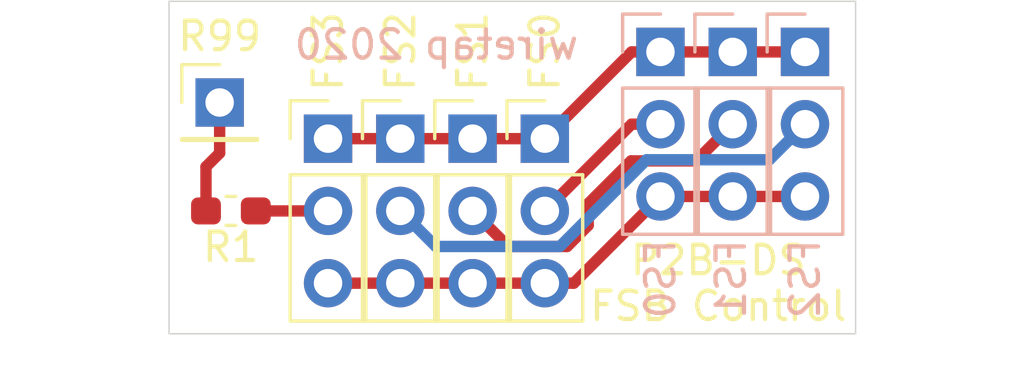
<source format=kicad_pcb>
(kicad_pcb (version 20171130) (host pcbnew "(5.1.6)-1")

  (general
    (thickness 1.6)
    (drawings 7)
    (tracks 32)
    (zones 0)
    (modules 9)
    (nets 8)
  )

  (page A4)
  (layers
    (0 F.Cu signal)
    (31 B.Cu signal)
    (32 B.Adhes user)
    (33 F.Adhes user)
    (34 B.Paste user)
    (35 F.Paste user)
    (36 B.SilkS user)
    (37 F.SilkS user)
    (38 B.Mask user)
    (39 F.Mask user)
    (40 Dwgs.User user)
    (41 Cmts.User user)
    (42 Eco1.User user)
    (43 Eco2.User user)
    (44 Edge.Cuts user)
    (45 Margin user)
    (46 B.CrtYd user)
    (47 F.CrtYd user)
    (48 B.Fab user)
    (49 F.Fab user)
  )

  (setup
    (last_trace_width 0.4)
    (user_trace_width 0.4)
    (trace_clearance 0.2)
    (zone_clearance 0.508)
    (zone_45_only no)
    (trace_min 0.2)
    (via_size 0.8)
    (via_drill 0.4)
    (via_min_size 0.4)
    (via_min_drill 0.3)
    (uvia_size 0.3)
    (uvia_drill 0.1)
    (uvias_allowed no)
    (uvia_min_size 0.2)
    (uvia_min_drill 0.1)
    (edge_width 0.05)
    (segment_width 0.2)
    (pcb_text_width 0.3)
    (pcb_text_size 1.5 1.5)
    (mod_edge_width 0.12)
    (mod_text_size 1 1)
    (mod_text_width 0.15)
    (pad_size 1.524 1.524)
    (pad_drill 0.762)
    (pad_to_mask_clearance 0.05)
    (aux_axis_origin 0 0)
    (visible_elements 7FFFFFFF)
    (pcbplotparams
      (layerselection 0x010fc_ffffffff)
      (usegerberextensions false)
      (usegerberattributes true)
      (usegerberadvancedattributes true)
      (creategerberjobfile true)
      (excludeedgelayer true)
      (linewidth 0.100000)
      (plotframeref false)
      (viasonmask false)
      (mode 1)
      (useauxorigin false)
      (hpglpennumber 1)
      (hpglpenspeed 20)
      (hpglpendiameter 15.000000)
      (psnegative false)
      (psa4output false)
      (plotreference true)
      (plotvalue true)
      (plotinvisibletext false)
      (padsonsilk false)
      (subtractmaskfromsilk false)
      (outputformat 1)
      (mirror false)
      (drillshape 0)
      (scaleselection 1)
      (outputdirectory ""))
  )

  (net 0 "")
  (net 1 "Net-(FS0'1-Pad1)")
  (net 2 "Net-(FS0'1-Pad2)")
  (net 3 "Net-(FS0'1-Pad3)")
  (net 4 "Net-(FS1'1-Pad2)")
  (net 5 "Net-(FS2'1-Pad2)")
  (net 6 "Net-(FS3'1-Pad2)")
  (net 7 "Net-(R1-Pad1)")

  (net_class Default "This is the default net class."
    (clearance 0.2)
    (trace_width 0.25)
    (via_dia 0.8)
    (via_drill 0.4)
    (uvia_dia 0.3)
    (uvia_drill 0.1)
    (add_net "Net-(FS0'1-Pad1)")
    (add_net "Net-(FS0'1-Pad2)")
    (add_net "Net-(FS0'1-Pad3)")
    (add_net "Net-(FS1'1-Pad2)")
    (add_net "Net-(FS2'1-Pad2)")
    (add_net "Net-(FS3'1-Pad2)")
    (add_net "Net-(R1-Pad1)")
  )

  (module Connector_PinSocket_2.54mm:PinSocket_1x03_P2.54mm_Vertical (layer B.Cu) (tedit 5A19A429) (tstamp 5FACC46E)
    (at 152.654 96.012 180)
    (descr "Through hole straight socket strip, 1x03, 2.54mm pitch, single row (from Kicad 4.0.7), script generated")
    (tags "Through hole socket strip THT 1x03 2.54mm single row")
    (path /5FAC5BF4)
    (fp_text reference FS0 (at 0 -7.98 270) (layer B.SilkS)
      (effects (font (size 1 1) (thickness 0.15)) (justify mirror))
    )
    (fp_text value Conn_01x03_Female (at 0 -7.85) (layer B.Fab)
      (effects (font (size 1 1) (thickness 0.15)) (justify mirror))
    )
    (fp_line (start -1.27 1.27) (end 0.635 1.27) (layer B.Fab) (width 0.1))
    (fp_line (start 0.635 1.27) (end 1.27 0.635) (layer B.Fab) (width 0.1))
    (fp_line (start 1.27 0.635) (end 1.27 -6.35) (layer B.Fab) (width 0.1))
    (fp_line (start 1.27 -6.35) (end -1.27 -6.35) (layer B.Fab) (width 0.1))
    (fp_line (start -1.27 -6.35) (end -1.27 1.27) (layer B.Fab) (width 0.1))
    (fp_line (start -1.33 -1.27) (end 1.33 -1.27) (layer B.SilkS) (width 0.12))
    (fp_line (start -1.33 -1.27) (end -1.33 -6.41) (layer B.SilkS) (width 0.12))
    (fp_line (start -1.33 -6.41) (end 1.33 -6.41) (layer B.SilkS) (width 0.12))
    (fp_line (start 1.33 -1.27) (end 1.33 -6.41) (layer B.SilkS) (width 0.12))
    (fp_line (start 1.33 1.33) (end 1.33 0) (layer B.SilkS) (width 0.12))
    (fp_line (start 0 1.33) (end 1.33 1.33) (layer B.SilkS) (width 0.12))
    (fp_line (start -1.8 1.8) (end 1.75 1.8) (layer B.CrtYd) (width 0.05))
    (fp_line (start 1.75 1.8) (end 1.75 -6.85) (layer B.CrtYd) (width 0.05))
    (fp_line (start 1.75 -6.85) (end -1.8 -6.85) (layer B.CrtYd) (width 0.05))
    (fp_line (start -1.8 -6.85) (end -1.8 1.8) (layer B.CrtYd) (width 0.05))
    (fp_text user %R (at 0 -2.54 270) (layer B.Fab)
      (effects (font (size 1 1) (thickness 0.15)) (justify mirror))
    )
    (pad 1 thru_hole rect (at 0 0 180) (size 1.7 1.7) (drill 1) (layers *.Cu *.Mask)
      (net 1 "Net-(FS0'1-Pad1)"))
    (pad 2 thru_hole oval (at 0 -2.54 180) (size 1.7 1.7) (drill 1) (layers *.Cu *.Mask)
      (net 2 "Net-(FS0'1-Pad2)"))
    (pad 3 thru_hole oval (at 0 -5.08 180) (size 1.7 1.7) (drill 1) (layers *.Cu *.Mask)
      (net 3 "Net-(FS0'1-Pad3)"))
    (model ${KISYS3DMOD}/Connector_PinSocket_2.54mm.3dshapes/PinSocket_1x03_P2.54mm_Vertical.wrl
      (at (xyz 0 0 0))
      (scale (xyz 1 1 1))
      (rotate (xyz 0 0 0))
    )
  )

  (module Connector_PinSocket_2.54mm:PinSocket_1x03_P2.54mm_Vertical (layer B.Cu) (tedit 5A19A429) (tstamp 5FACC485)
    (at 155.194 96.012 180)
    (descr "Through hole straight socket strip, 1x03, 2.54mm pitch, single row (from Kicad 4.0.7), script generated")
    (tags "Through hole socket strip THT 1x03 2.54mm single row")
    (path /5FAC7257)
    (fp_text reference FS1 (at 0.06 -7.98 270) (layer B.SilkS)
      (effects (font (size 1 1) (thickness 0.15)) (justify mirror))
    )
    (fp_text value Conn_01x03_Female (at 0 -7.85) (layer B.Fab)
      (effects (font (size 1 1) (thickness 0.15)) (justify mirror))
    )
    (fp_line (start -1.8 -6.85) (end -1.8 1.8) (layer B.CrtYd) (width 0.05))
    (fp_line (start 1.75 -6.85) (end -1.8 -6.85) (layer B.CrtYd) (width 0.05))
    (fp_line (start 1.75 1.8) (end 1.75 -6.85) (layer B.CrtYd) (width 0.05))
    (fp_line (start -1.8 1.8) (end 1.75 1.8) (layer B.CrtYd) (width 0.05))
    (fp_line (start 0 1.33) (end 1.33 1.33) (layer B.SilkS) (width 0.12))
    (fp_line (start 1.33 1.33) (end 1.33 0) (layer B.SilkS) (width 0.12))
    (fp_line (start 1.33 -1.27) (end 1.33 -6.41) (layer B.SilkS) (width 0.12))
    (fp_line (start -1.33 -6.41) (end 1.33 -6.41) (layer B.SilkS) (width 0.12))
    (fp_line (start -1.33 -1.27) (end -1.33 -6.41) (layer B.SilkS) (width 0.12))
    (fp_line (start -1.33 -1.27) (end 1.33 -1.27) (layer B.SilkS) (width 0.12))
    (fp_line (start -1.27 -6.35) (end -1.27 1.27) (layer B.Fab) (width 0.1))
    (fp_line (start 1.27 -6.35) (end -1.27 -6.35) (layer B.Fab) (width 0.1))
    (fp_line (start 1.27 0.635) (end 1.27 -6.35) (layer B.Fab) (width 0.1))
    (fp_line (start 0.635 1.27) (end 1.27 0.635) (layer B.Fab) (width 0.1))
    (fp_line (start -1.27 1.27) (end 0.635 1.27) (layer B.Fab) (width 0.1))
    (fp_text user %R (at 0 -2.54 270) (layer B.Fab)
      (effects (font (size 1 1) (thickness 0.15)) (justify mirror))
    )
    (pad 3 thru_hole oval (at 0 -5.08 180) (size 1.7 1.7) (drill 1) (layers *.Cu *.Mask)
      (net 3 "Net-(FS0'1-Pad3)"))
    (pad 2 thru_hole oval (at 0 -2.54 180) (size 1.7 1.7) (drill 1) (layers *.Cu *.Mask)
      (net 4 "Net-(FS1'1-Pad2)"))
    (pad 1 thru_hole rect (at 0 0 180) (size 1.7 1.7) (drill 1) (layers *.Cu *.Mask)
      (net 1 "Net-(FS0'1-Pad1)"))
    (model ${KISYS3DMOD}/Connector_PinSocket_2.54mm.3dshapes/PinSocket_1x03_P2.54mm_Vertical.wrl
      (at (xyz 0 0 0))
      (scale (xyz 1 1 1))
      (rotate (xyz 0 0 0))
    )
  )

  (module Connector_PinSocket_2.54mm:PinSocket_1x03_P2.54mm_Vertical (layer B.Cu) (tedit 5A19A429) (tstamp 5FACC49C)
    (at 157.734 96.012 180)
    (descr "Through hole straight socket strip, 1x03, 2.54mm pitch, single row (from Kicad 4.0.7), script generated")
    (tags "Through hole socket strip THT 1x03 2.54mm single row")
    (path /5FAC7F2E)
    (fp_text reference FS2 (at 0 -7.98 270) (layer B.SilkS)
      (effects (font (size 1 1) (thickness 0.15)) (justify mirror))
    )
    (fp_text value Conn_01x03_Female (at 0 -7.85) (layer B.Fab)
      (effects (font (size 1 1) (thickness 0.15)) (justify mirror))
    )
    (fp_line (start -1.27 1.27) (end 0.635 1.27) (layer B.Fab) (width 0.1))
    (fp_line (start 0.635 1.27) (end 1.27 0.635) (layer B.Fab) (width 0.1))
    (fp_line (start 1.27 0.635) (end 1.27 -6.35) (layer B.Fab) (width 0.1))
    (fp_line (start 1.27 -6.35) (end -1.27 -6.35) (layer B.Fab) (width 0.1))
    (fp_line (start -1.27 -6.35) (end -1.27 1.27) (layer B.Fab) (width 0.1))
    (fp_line (start -1.33 -1.27) (end 1.33 -1.27) (layer B.SilkS) (width 0.12))
    (fp_line (start -1.33 -1.27) (end -1.33 -6.41) (layer B.SilkS) (width 0.12))
    (fp_line (start -1.33 -6.41) (end 1.33 -6.41) (layer B.SilkS) (width 0.12))
    (fp_line (start 1.33 -1.27) (end 1.33 -6.41) (layer B.SilkS) (width 0.12))
    (fp_line (start 1.33 1.33) (end 1.33 0) (layer B.SilkS) (width 0.12))
    (fp_line (start 0 1.33) (end 1.33 1.33) (layer B.SilkS) (width 0.12))
    (fp_line (start -1.8 1.8) (end 1.75 1.8) (layer B.CrtYd) (width 0.05))
    (fp_line (start 1.75 1.8) (end 1.75 -6.85) (layer B.CrtYd) (width 0.05))
    (fp_line (start 1.75 -6.85) (end -1.8 -6.85) (layer B.CrtYd) (width 0.05))
    (fp_line (start -1.8 -6.85) (end -1.8 1.8) (layer B.CrtYd) (width 0.05))
    (fp_text user %R (at 0 -2.54 270) (layer B.Fab)
      (effects (font (size 1 1) (thickness 0.15)) (justify mirror))
    )
    (pad 1 thru_hole rect (at 0 0 180) (size 1.7 1.7) (drill 1) (layers *.Cu *.Mask)
      (net 1 "Net-(FS0'1-Pad1)"))
    (pad 2 thru_hole oval (at 0 -2.54 180) (size 1.7 1.7) (drill 1) (layers *.Cu *.Mask)
      (net 5 "Net-(FS2'1-Pad2)"))
    (pad 3 thru_hole oval (at 0 -5.08 180) (size 1.7 1.7) (drill 1) (layers *.Cu *.Mask)
      (net 3 "Net-(FS0'1-Pad3)"))
    (model ${KISYS3DMOD}/Connector_PinSocket_2.54mm.3dshapes/PinSocket_1x03_P2.54mm_Vertical.wrl
      (at (xyz 0 0 0))
      (scale (xyz 1 1 1))
      (rotate (xyz 0 0 0))
    )
  )

  (module Connector_PinHeader_2.54mm:PinHeader_1x03_P2.54mm_Vertical (layer F.Cu) (tedit 59FED5CC) (tstamp 5FACC4B3)
    (at 148.59 99.06)
    (descr "Through hole straight pin header, 1x03, 2.54mm pitch, single row")
    (tags "Through hole pin header THT 1x03 2.54mm single row")
    (path /5FACF321)
    (fp_text reference FS0 (at 0 -3.06 90) (layer F.SilkS)
      (effects (font (size 1 1) (thickness 0.15)))
    )
    (fp_text value Conn_01x03_Male (at 0 7.41) (layer F.Fab)
      (effects (font (size 1 1) (thickness 0.15)))
    )
    (fp_line (start 1.8 -1.8) (end -1.8 -1.8) (layer F.CrtYd) (width 0.05))
    (fp_line (start 1.8 6.85) (end 1.8 -1.8) (layer F.CrtYd) (width 0.05))
    (fp_line (start -1.8 6.85) (end 1.8 6.85) (layer F.CrtYd) (width 0.05))
    (fp_line (start -1.8 -1.8) (end -1.8 6.85) (layer F.CrtYd) (width 0.05))
    (fp_line (start -1.33 -1.33) (end 0 -1.33) (layer F.SilkS) (width 0.12))
    (fp_line (start -1.33 0) (end -1.33 -1.33) (layer F.SilkS) (width 0.12))
    (fp_line (start -1.33 1.27) (end 1.33 1.27) (layer F.SilkS) (width 0.12))
    (fp_line (start 1.33 1.27) (end 1.33 6.41) (layer F.SilkS) (width 0.12))
    (fp_line (start -1.33 1.27) (end -1.33 6.41) (layer F.SilkS) (width 0.12))
    (fp_line (start -1.33 6.41) (end 1.33 6.41) (layer F.SilkS) (width 0.12))
    (fp_line (start -1.27 -0.635) (end -0.635 -1.27) (layer F.Fab) (width 0.1))
    (fp_line (start -1.27 6.35) (end -1.27 -0.635) (layer F.Fab) (width 0.1))
    (fp_line (start 1.27 6.35) (end -1.27 6.35) (layer F.Fab) (width 0.1))
    (fp_line (start 1.27 -1.27) (end 1.27 6.35) (layer F.Fab) (width 0.1))
    (fp_line (start -0.635 -1.27) (end 1.27 -1.27) (layer F.Fab) (width 0.1))
    (fp_text user %R (at 0 2.54 90) (layer F.Fab)
      (effects (font (size 1 1) (thickness 0.15)))
    )
    (pad 3 thru_hole oval (at 0 5.08) (size 1.7 1.7) (drill 1) (layers *.Cu *.Mask)
      (net 3 "Net-(FS0'1-Pad3)"))
    (pad 2 thru_hole oval (at 0 2.54) (size 1.7 1.7) (drill 1) (layers *.Cu *.Mask)
      (net 2 "Net-(FS0'1-Pad2)"))
    (pad 1 thru_hole rect (at 0 0) (size 1.7 1.7) (drill 1) (layers *.Cu *.Mask)
      (net 1 "Net-(FS0'1-Pad1)"))
    (model ${KISYS3DMOD}/Connector_PinHeader_2.54mm.3dshapes/PinHeader_1x03_P2.54mm_Vertical.wrl
      (at (xyz 0 0 0))
      (scale (xyz 1 1 1))
      (rotate (xyz 0 0 0))
    )
  )

  (module Connector_PinHeader_2.54mm:PinHeader_1x03_P2.54mm_Vertical (layer F.Cu) (tedit 59FED5CC) (tstamp 5FACC4CA)
    (at 146.05 99.06)
    (descr "Through hole straight pin header, 1x03, 2.54mm pitch, single row")
    (tags "Through hole pin header THT 1x03 2.54mm single row")
    (path /5FACD8BE)
    (fp_text reference FS1 (at 0 -3.06 90) (layer F.SilkS)
      (effects (font (size 1 1) (thickness 0.15)))
    )
    (fp_text value Conn_01x03_Male (at 0 7.41) (layer F.Fab)
      (effects (font (size 1 1) (thickness 0.15)))
    )
    (fp_line (start -0.635 -1.27) (end 1.27 -1.27) (layer F.Fab) (width 0.1))
    (fp_line (start 1.27 -1.27) (end 1.27 6.35) (layer F.Fab) (width 0.1))
    (fp_line (start 1.27 6.35) (end -1.27 6.35) (layer F.Fab) (width 0.1))
    (fp_line (start -1.27 6.35) (end -1.27 -0.635) (layer F.Fab) (width 0.1))
    (fp_line (start -1.27 -0.635) (end -0.635 -1.27) (layer F.Fab) (width 0.1))
    (fp_line (start -1.33 6.41) (end 1.33 6.41) (layer F.SilkS) (width 0.12))
    (fp_line (start -1.33 1.27) (end -1.33 6.41) (layer F.SilkS) (width 0.12))
    (fp_line (start 1.33 1.27) (end 1.33 6.41) (layer F.SilkS) (width 0.12))
    (fp_line (start -1.33 1.27) (end 1.33 1.27) (layer F.SilkS) (width 0.12))
    (fp_line (start -1.33 0) (end -1.33 -1.33) (layer F.SilkS) (width 0.12))
    (fp_line (start -1.33 -1.33) (end 0 -1.33) (layer F.SilkS) (width 0.12))
    (fp_line (start -1.8 -1.8) (end -1.8 6.85) (layer F.CrtYd) (width 0.05))
    (fp_line (start -1.8 6.85) (end 1.8 6.85) (layer F.CrtYd) (width 0.05))
    (fp_line (start 1.8 6.85) (end 1.8 -1.8) (layer F.CrtYd) (width 0.05))
    (fp_line (start 1.8 -1.8) (end -1.8 -1.8) (layer F.CrtYd) (width 0.05))
    (fp_text user %R (at 0 2.54 90) (layer F.Fab)
      (effects (font (size 1 1) (thickness 0.15)))
    )
    (pad 1 thru_hole rect (at 0 0) (size 1.7 1.7) (drill 1) (layers *.Cu *.Mask)
      (net 1 "Net-(FS0'1-Pad1)"))
    (pad 2 thru_hole oval (at 0 2.54) (size 1.7 1.7) (drill 1) (layers *.Cu *.Mask)
      (net 4 "Net-(FS1'1-Pad2)"))
    (pad 3 thru_hole oval (at 0 5.08) (size 1.7 1.7) (drill 1) (layers *.Cu *.Mask)
      (net 3 "Net-(FS0'1-Pad3)"))
    (model ${KISYS3DMOD}/Connector_PinHeader_2.54mm.3dshapes/PinHeader_1x03_P2.54mm_Vertical.wrl
      (at (xyz 0 0 0))
      (scale (xyz 1 1 1))
      (rotate (xyz 0 0 0))
    )
  )

  (module Connector_PinHeader_2.54mm:PinHeader_1x03_P2.54mm_Vertical (layer F.Cu) (tedit 59FED5CC) (tstamp 5FACC4E1)
    (at 143.51 99.06)
    (descr "Through hole straight pin header, 1x03, 2.54mm pitch, single row")
    (tags "Through hole pin header THT 1x03 2.54mm single row")
    (path /5FACC37A)
    (fp_text reference FS2 (at 0 -3.06 90) (layer F.SilkS)
      (effects (font (size 1 1) (thickness 0.15)))
    )
    (fp_text value Conn_01x03_Male (at 0 7.41) (layer F.Fab)
      (effects (font (size 1 1) (thickness 0.15)))
    )
    (fp_line (start 1.8 -1.8) (end -1.8 -1.8) (layer F.CrtYd) (width 0.05))
    (fp_line (start 1.8 6.85) (end 1.8 -1.8) (layer F.CrtYd) (width 0.05))
    (fp_line (start -1.8 6.85) (end 1.8 6.85) (layer F.CrtYd) (width 0.05))
    (fp_line (start -1.8 -1.8) (end -1.8 6.85) (layer F.CrtYd) (width 0.05))
    (fp_line (start -1.33 -1.33) (end 0 -1.33) (layer F.SilkS) (width 0.12))
    (fp_line (start -1.33 0) (end -1.33 -1.33) (layer F.SilkS) (width 0.12))
    (fp_line (start -1.33 1.27) (end 1.33 1.27) (layer F.SilkS) (width 0.12))
    (fp_line (start 1.33 1.27) (end 1.33 6.41) (layer F.SilkS) (width 0.12))
    (fp_line (start -1.33 1.27) (end -1.33 6.41) (layer F.SilkS) (width 0.12))
    (fp_line (start -1.33 6.41) (end 1.33 6.41) (layer F.SilkS) (width 0.12))
    (fp_line (start -1.27 -0.635) (end -0.635 -1.27) (layer F.Fab) (width 0.1))
    (fp_line (start -1.27 6.35) (end -1.27 -0.635) (layer F.Fab) (width 0.1))
    (fp_line (start 1.27 6.35) (end -1.27 6.35) (layer F.Fab) (width 0.1))
    (fp_line (start 1.27 -1.27) (end 1.27 6.35) (layer F.Fab) (width 0.1))
    (fp_line (start -0.635 -1.27) (end 1.27 -1.27) (layer F.Fab) (width 0.1))
    (fp_text user %R (at 0 2.54 90) (layer F.Fab)
      (effects (font (size 1 1) (thickness 0.15)))
    )
    (pad 3 thru_hole oval (at 0 5.08) (size 1.7 1.7) (drill 1) (layers *.Cu *.Mask)
      (net 3 "Net-(FS0'1-Pad3)"))
    (pad 2 thru_hole oval (at 0 2.54) (size 1.7 1.7) (drill 1) (layers *.Cu *.Mask)
      (net 5 "Net-(FS2'1-Pad2)"))
    (pad 1 thru_hole rect (at 0 0) (size 1.7 1.7) (drill 1) (layers *.Cu *.Mask)
      (net 1 "Net-(FS0'1-Pad1)"))
    (model ${KISYS3DMOD}/Connector_PinHeader_2.54mm.3dshapes/PinHeader_1x03_P2.54mm_Vertical.wrl
      (at (xyz 0 0 0))
      (scale (xyz 1 1 1))
      (rotate (xyz 0 0 0))
    )
  )

  (module Connector_PinHeader_2.54mm:PinHeader_1x03_P2.54mm_Vertical (layer F.Cu) (tedit 59FED5CC) (tstamp 5FACC4F8)
    (at 140.97 99.06)
    (descr "Through hole straight pin header, 1x03, 2.54mm pitch, single row")
    (tags "Through hole pin header THT 1x03 2.54mm single row")
    (path /5FACA2A1)
    (fp_text reference FS3 (at 0 -3.06 90) (layer F.SilkS)
      (effects (font (size 1 1) (thickness 0.15)))
    )
    (fp_text value Conn_01x03_Male (at 0 7.41) (layer F.Fab)
      (effects (font (size 1 1) (thickness 0.15)))
    )
    (fp_line (start -0.635 -1.27) (end 1.27 -1.27) (layer F.Fab) (width 0.1))
    (fp_line (start 1.27 -1.27) (end 1.27 6.35) (layer F.Fab) (width 0.1))
    (fp_line (start 1.27 6.35) (end -1.27 6.35) (layer F.Fab) (width 0.1))
    (fp_line (start -1.27 6.35) (end -1.27 -0.635) (layer F.Fab) (width 0.1))
    (fp_line (start -1.27 -0.635) (end -0.635 -1.27) (layer F.Fab) (width 0.1))
    (fp_line (start -1.33 6.41) (end 1.33 6.41) (layer F.SilkS) (width 0.12))
    (fp_line (start -1.33 1.27) (end -1.33 6.41) (layer F.SilkS) (width 0.12))
    (fp_line (start 1.33 1.27) (end 1.33 6.41) (layer F.SilkS) (width 0.12))
    (fp_line (start -1.33 1.27) (end 1.33 1.27) (layer F.SilkS) (width 0.12))
    (fp_line (start -1.33 0) (end -1.33 -1.33) (layer F.SilkS) (width 0.12))
    (fp_line (start -1.33 -1.33) (end 0 -1.33) (layer F.SilkS) (width 0.12))
    (fp_line (start -1.8 -1.8) (end -1.8 6.85) (layer F.CrtYd) (width 0.05))
    (fp_line (start -1.8 6.85) (end 1.8 6.85) (layer F.CrtYd) (width 0.05))
    (fp_line (start 1.8 6.85) (end 1.8 -1.8) (layer F.CrtYd) (width 0.05))
    (fp_line (start 1.8 -1.8) (end -1.8 -1.8) (layer F.CrtYd) (width 0.05))
    (fp_text user %R (at 0 2.54 90) (layer F.Fab)
      (effects (font (size 1 1) (thickness 0.15)))
    )
    (pad 1 thru_hole rect (at 0 0) (size 1.7 1.7) (drill 1) (layers *.Cu *.Mask)
      (net 1 "Net-(FS0'1-Pad1)"))
    (pad 2 thru_hole oval (at 0 2.54) (size 1.7 1.7) (drill 1) (layers *.Cu *.Mask)
      (net 6 "Net-(FS3'1-Pad2)"))
    (pad 3 thru_hole oval (at 0 5.08) (size 1.7 1.7) (drill 1) (layers *.Cu *.Mask)
      (net 3 "Net-(FS0'1-Pad3)"))
    (model ${KISYS3DMOD}/Connector_PinHeader_2.54mm.3dshapes/PinHeader_1x03_P2.54mm_Vertical.wrl
      (at (xyz 0 0 0))
      (scale (xyz 1 1 1))
      (rotate (xyz 0 0 0))
    )
  )

  (module Resistor_SMD:R_0603_1608Metric_Pad1.05x0.95mm_HandSolder (layer F.Cu) (tedit 5B301BBD) (tstamp 5FACC509)
    (at 137.555 101.6)
    (descr "Resistor SMD 0603 (1608 Metric), square (rectangular) end terminal, IPC_7351 nominal with elongated pad for handsoldering. (Body size source: http://www.tortai-tech.com/upload/download/2011102023233369053.pdf), generated with kicad-footprint-generator")
    (tags "resistor handsolder")
    (path /5FADA84E)
    (attr smd)
    (fp_text reference R1 (at 0 1.27) (layer F.SilkS)
      (effects (font (size 1 1) (thickness 0.15)))
    )
    (fp_text value 10k (at 0 1.43) (layer F.Fab)
      (effects (font (size 1 1) (thickness 0.15)))
    )
    (fp_line (start -0.8 0.4) (end -0.8 -0.4) (layer F.Fab) (width 0.1))
    (fp_line (start -0.8 -0.4) (end 0.8 -0.4) (layer F.Fab) (width 0.1))
    (fp_line (start 0.8 -0.4) (end 0.8 0.4) (layer F.Fab) (width 0.1))
    (fp_line (start 0.8 0.4) (end -0.8 0.4) (layer F.Fab) (width 0.1))
    (fp_line (start -0.171267 -0.51) (end 0.171267 -0.51) (layer F.SilkS) (width 0.12))
    (fp_line (start -0.171267 0.51) (end 0.171267 0.51) (layer F.SilkS) (width 0.12))
    (fp_line (start -1.65 0.73) (end -1.65 -0.73) (layer F.CrtYd) (width 0.05))
    (fp_line (start -1.65 -0.73) (end 1.65 -0.73) (layer F.CrtYd) (width 0.05))
    (fp_line (start 1.65 -0.73) (end 1.65 0.73) (layer F.CrtYd) (width 0.05))
    (fp_line (start 1.65 0.73) (end -1.65 0.73) (layer F.CrtYd) (width 0.05))
    (fp_text user %R (at 0 0) (layer F.Fab)
      (effects (font (size 0.4 0.4) (thickness 0.06)))
    )
    (pad 1 smd roundrect (at -0.875 0) (size 1.05 0.95) (layers F.Cu F.Paste F.Mask) (roundrect_rratio 0.25)
      (net 7 "Net-(R1-Pad1)"))
    (pad 2 smd roundrect (at 0.875 0) (size 1.05 0.95) (layers F.Cu F.Paste F.Mask) (roundrect_rratio 0.25)
      (net 6 "Net-(FS3'1-Pad2)"))
    (model ${KISYS3DMOD}/Resistor_SMD.3dshapes/R_0603_1608Metric.wrl
      (at (xyz 0 0 0))
      (scale (xyz 1 1 1))
      (rotate (xyz 0 0 0))
    )
  )

  (module Connector_PinHeader_2.54mm:PinHeader_1x01_P2.54mm_Vertical (layer F.Cu) (tedit 59FED5CC) (tstamp 5FACC51E)
    (at 137.16 97.79)
    (descr "Through hole straight pin header, 1x01, 2.54mm pitch, single row")
    (tags "Through hole pin header THT 1x01 2.54mm single row")
    (path /5FAD9301)
    (fp_text reference R99 (at 0 -2.33) (layer F.SilkS)
      (effects (font (size 1 1) (thickness 0.15)))
    )
    (fp_text value Conn_01x01_Female (at 0 2.33) (layer F.Fab)
      (effects (font (size 1 1) (thickness 0.15)))
    )
    (fp_line (start -0.635 -1.27) (end 1.27 -1.27) (layer F.Fab) (width 0.1))
    (fp_line (start 1.27 -1.27) (end 1.27 1.27) (layer F.Fab) (width 0.1))
    (fp_line (start 1.27 1.27) (end -1.27 1.27) (layer F.Fab) (width 0.1))
    (fp_line (start -1.27 1.27) (end -1.27 -0.635) (layer F.Fab) (width 0.1))
    (fp_line (start -1.27 -0.635) (end -0.635 -1.27) (layer F.Fab) (width 0.1))
    (fp_line (start -1.33 1.33) (end 1.33 1.33) (layer F.SilkS) (width 0.12))
    (fp_line (start -1.33 1.27) (end -1.33 1.33) (layer F.SilkS) (width 0.12))
    (fp_line (start 1.33 1.27) (end 1.33 1.33) (layer F.SilkS) (width 0.12))
    (fp_line (start -1.33 1.27) (end 1.33 1.27) (layer F.SilkS) (width 0.12))
    (fp_line (start -1.33 0) (end -1.33 -1.33) (layer F.SilkS) (width 0.12))
    (fp_line (start -1.33 -1.33) (end 0 -1.33) (layer F.SilkS) (width 0.12))
    (fp_line (start -1.8 -1.8) (end -1.8 1.8) (layer F.CrtYd) (width 0.05))
    (fp_line (start -1.8 1.8) (end 1.8 1.8) (layer F.CrtYd) (width 0.05))
    (fp_line (start 1.8 1.8) (end 1.8 -1.8) (layer F.CrtYd) (width 0.05))
    (fp_line (start 1.8 -1.8) (end -1.8 -1.8) (layer F.CrtYd) (width 0.05))
    (fp_text user %R (at 0 0 90) (layer F.Fab)
      (effects (font (size 1 1) (thickness 0.15)))
    )
    (pad 1 thru_hole rect (at 0 0) (size 1.7 1.7) (drill 1) (layers *.Cu *.Mask)
      (net 7 "Net-(R1-Pad1)"))
    (model ${KISYS3DMOD}/Connector_PinHeader_2.54mm.3dshapes/PinHeader_1x01_P2.54mm_Vertical.wrl
      (at (xyz 0 0 0))
      (scale (xyz 1 1 1))
      (rotate (xyz 0 0 0))
    )
  )

  (gr_text "wiretap 2020" (at 144.78 95.758) (layer B.SilkS)
    (effects (font (size 1 1) (thickness 0.15)) (justify mirror))
  )
  (gr_text "P2B-DS\nFSB Control" (at 154.686 104.14) (layer F.SilkS)
    (effects (font (size 1 1) (thickness 0.15)))
  )
  (gr_line (start 135.382 94.234) (end 159.512 94.234) (layer Edge.Cuts) (width 0.05) (tstamp 5FACCEDD))
  (gr_line (start 135.382 105.918) (end 135.382 94.234) (layer Edge.Cuts) (width 0.05))
  (gr_line (start 135.636 105.918) (end 135.382 105.918) (layer Edge.Cuts) (width 0.05))
  (gr_line (start 159.512 105.918) (end 135.636 105.918) (layer Edge.Cuts) (width 0.05))
  (gr_line (start 159.512 94.234) (end 159.512 105.918) (layer Edge.Cuts) (width 0.05))

  (segment (start 140.97 99.06) (end 143.51 99.06) (width 0.4) (layer F.Cu) (net 1))
  (segment (start 143.51 99.06) (end 146.05 99.06) (width 0.4) (layer F.Cu) (net 1))
  (segment (start 146.05 99.06) (end 148.59 99.06) (width 0.4) (layer F.Cu) (net 1))
  (segment (start 157.734 96.012) (end 155.194 96.012) (width 0.4) (layer F.Cu) (net 1))
  (segment (start 155.194 96.012) (end 152.654 96.012) (width 0.4) (layer F.Cu) (net 1))
  (segment (start 151.638 96.012) (end 148.59 99.06) (width 0.4) (layer F.Cu) (net 1))
  (segment (start 152.654 96.012) (end 151.638 96.012) (width 0.4) (layer F.Cu) (net 1))
  (segment (start 152.654 98.552) (end 151.638 98.552) (width 0.4) (layer F.Cu) (net 2))
  (segment (start 151.638 98.552) (end 148.59 101.6) (width 0.4) (layer F.Cu) (net 2))
  (segment (start 140.97 104.14) (end 143.51 104.14) (width 0.4) (layer F.Cu) (net 3))
  (segment (start 143.51 104.14) (end 146.05 104.14) (width 0.4) (layer F.Cu) (net 3))
  (segment (start 146.05 104.14) (end 148.59 104.14) (width 0.4) (layer F.Cu) (net 3))
  (segment (start 148.59 104.14) (end 149.606 104.14) (width 0.4) (layer F.Cu) (net 3))
  (segment (start 149.606 104.14) (end 152.654 101.092) (width 0.4) (layer F.Cu) (net 3))
  (segment (start 152.654 101.092) (end 155.194 101.092) (width 0.4) (layer F.Cu) (net 3))
  (segment (start 155.194 101.092) (end 157.734 101.092) (width 0.4) (layer F.Cu) (net 3))
  (segment (start 147.300001 102.850001) (end 149.371999 102.850001) (width 0.4) (layer F.Cu) (net 4))
  (segment (start 146.05 101.6) (end 147.300001 102.850001) (width 0.4) (layer F.Cu) (net 4))
  (segment (start 150.114 102.108) (end 149.371999 102.850001) (width 0.4) (layer F.Cu) (net 4))
  (segment (start 150.114 102.108) (end 150.114 101.346) (width 0.4) (layer F.Cu) (net 4))
  (segment (start 153.904001 99.841999) (end 155.194 98.552) (width 0.4) (layer F.Cu) (net 4))
  (segment (start 151.618001 99.841999) (end 153.904001 99.841999) (width 0.4) (layer F.Cu) (net 4))
  (segment (start 150.114 101.346) (end 151.618001 99.841999) (width 0.4) (layer F.Cu) (net 4))
  (segment (start 144.760001 102.850001) (end 143.51 101.6) (width 0.4) (layer B.Cu) (net 5))
  (segment (start 152.165999 99.802001) (end 149.117999 102.850001) (width 0.4) (layer B.Cu) (net 5))
  (segment (start 149.117999 102.850001) (end 144.760001 102.850001) (width 0.4) (layer B.Cu) (net 5))
  (segment (start 156.483999 99.802001) (end 152.165999 99.802001) (width 0.4) (layer B.Cu) (net 5))
  (segment (start 157.734 98.552) (end 156.483999 99.802001) (width 0.4) (layer B.Cu) (net 5))
  (segment (start 138.43 101.6) (end 140.97 101.6) (width 0.4) (layer F.Cu) (net 6))
  (segment (start 136.68 101.6) (end 136.68 100.048) (width 0.4) (layer F.Cu) (net 7))
  (segment (start 137.16 99.568) (end 137.16 97.79) (width 0.4) (layer F.Cu) (net 7))
  (segment (start 136.68 100.048) (end 137.16 99.568) (width 0.4) (layer F.Cu) (net 7))

)

</source>
